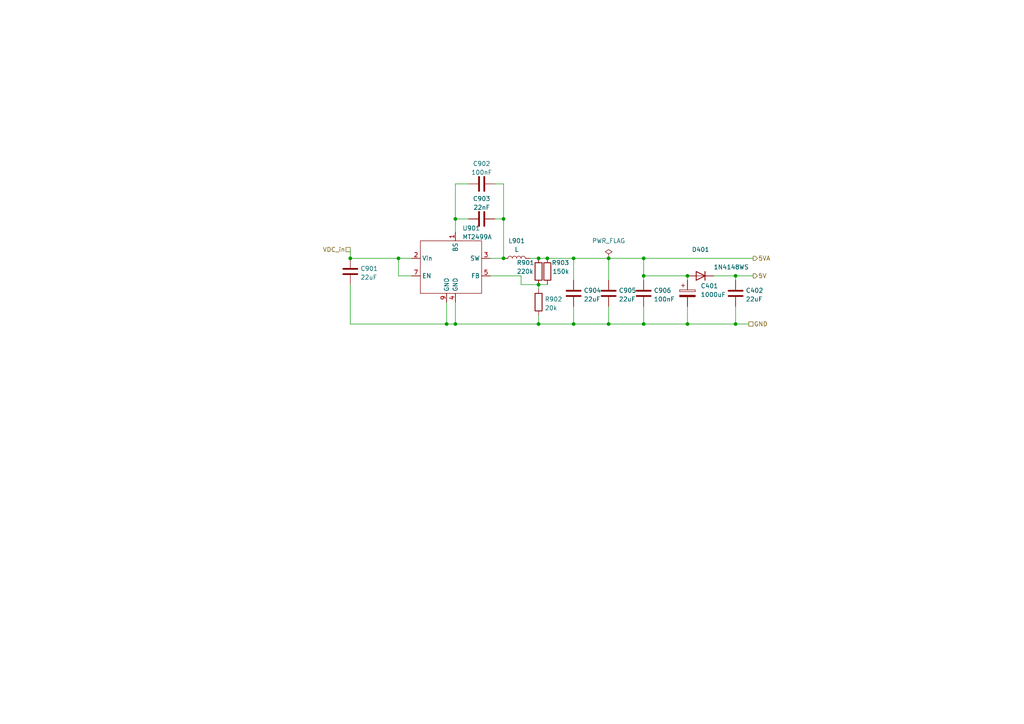
<source format=kicad_sch>
(kicad_sch (version 20231120) (generator "eeschema") (generator_version "8.0")
  (paper "A4")
  (lib_symbols
    (symbol "Device:C" (pin_numbers hide) (pin_names (offset 0.254))
      (property "Reference" "C" (at 0.635 2.54 0))
      (property "Value" "C" (at 0.635 -2.54 0))
      (symbol "C_0_1"
        (polyline (pts (xy -2.032 -0.762) (xy 2.032 -0.762)) (stroke (width 0.508)))
        (polyline (pts (xy -2.032 0.762) (xy 2.032 0.762)) (stroke (width 0.508)))
      )
      (symbol "C_1_1"
        (pin passive line (at 0 3.81 270) (length 2.794) (name "~") (number "1"))
        (pin passive line (at 0 -3.81 90) (length 2.794) (name "~") (number "2"))
      )
    )
    (symbol "Device:C_Polarized" (pin_numbers hide) (pin_names (offset 0.254))
      (property "Reference" "C" (at 0.635 2.54 0))
      (property "Value" "C_Polarized" (at 0.635 -2.54 0))
      (symbol "C_Polarized_0_1"
        (rectangle (start -2.286 0.508) (end 2.286 1.016))
        (polyline (pts (xy -1.778 2.286) (xy -0.762 2.286)))
        (polyline (pts (xy -1.27 2.794) (xy -1.27 1.778)))
        (rectangle (start 2.286 -0.508) (end -2.286 -1.016) (fill (type outline)))
      )
      (symbol "C_Polarized_1_1"
        (pin passive line (at 0 3.81 270) (length 2.794) (name "~") (number "1"))
        (pin passive line (at 0 -3.81 90) (length 2.794) (name "~") (number "2"))
      )
    )
    (symbol "Device:L" (pin_numbers hide) (pin_names (offset 1.016) hide)
      (property "Reference" "L" (at -1.27 0 90))
      (property "Value" "L" (at 1.905 0 90))
      (symbol "L_0_1"
        (arc (start 0 -2.54) (mid 0.6323 -1.905) (end 0 -1.27))
        (arc (start 0 -1.27) (mid 0.6323 -0.635) (end 0 0))
        (arc (start 0 0) (mid 0.6323 0.635) (end 0 1.27))
        (arc (start 0 1.27) (mid 0.6323 1.905) (end 0 2.54))
      )
      (symbol "L_1_1"
        (pin passive line (at 0 3.81 270) (length 1.27) (name "1") (number "1"))
        (pin passive line (at 0 -3.81 90) (length 1.27) (name "2") (number "2"))
      )
    )
    (symbol "Device:R" (pin_numbers hide) (pin_names (offset 0))
      (property "Reference" "R" (at 2.032 0 90))
      (property "Value" "R" (at 0 0 90))
      (symbol "R_0_1"
        (rectangle (start -1.016 -2.54) (end 1.016 2.54) (stroke (width 0.254)))
      )
      (symbol "R_1_1"
        (pin passive line (at 0 3.81 270) (length 1.27) (name "~") (number "1"))
        (pin passive line (at 0 -3.81 90) (length 1.27) (name "~") (number "2"))
      )
    )
    (symbol "custom_kicad_lib_sk:1N4148WS" (pin_numbers hide) (pin_names hide)
      (property "Reference" "D" (at 0 2.54 0))
      (property "Value" "1N4148WS" (at 0 -2.54 0))
      (symbol "1N4148WS_0_1"
        (polyline (pts (xy -1.27 1.27) (xy -1.27 -1.27)) (stroke (width 0.254)))
        (polyline (pts (xy 1.27 0) (xy -1.27 0)))
        (polyline (pts (xy 1.27 1.27) (xy 1.27 -1.27) (xy -1.27 0) (xy 1.27 1.27)) (stroke (width 0.254)))
      )
      (symbol "1N4148WS_1_1"
        (pin passive line (at -3.81 0 0) (length 2.54) (name "K") (number "1"))
        (pin passive line (at 3.81 0 180) (length 2.54) (name "A") (number "2"))
      )
    )
    (symbol "custom_kicad_lib_sk:MT499A"
      (property "Reference" "U1" (at 2.0194 9.999 0))
      (property "Value" "MT499A" (at 2.0194 7.4621 0))
      (symbol "MT499A_0_1"
        (rectangle (start -10.16 6.35) (end 7.62 -8.89) (stroke (width 0.1524)))
      )
      (symbol "MT499A_1_1"
        (pin input line (at 0 8.89 270) (length 2.54) (name "BS") (number "1"))
        (pin power_in line (at -12.7 1.27 0) (length 2.54) (name "Vin") (number "2"))
        (pin input line (at 10.16 1.27 180) (length 2.54) (name "SW") (number "3"))
        (pin power_in line (at 0 -11.43 90) (length 2.54) (name "GND") (number "4"))
        (pin input line (at 10.16 -3.81 180) (length 2.54) (name "FB") (number "5"))
        (pin no_connect line (at 8.89 -11.43 180) (length 2.54) hide (name "NC") (number "6"))
        (pin input line (at -12.7 -3.81 0) (length 2.54) (name "EN") (number "7"))
        (pin no_connect line (at 8.89 -13.97 180) (length 2.54) hide (name "NC") (number "8"))
        (pin input line (at -2.54 -11.43 90) (length 2.54) (name "GND") (number "9"))
      )
    )
    (symbol "power:PWR_FLAG" (power) (pin_numbers hide) (pin_names (offset 0) hide)
      (property "Value" "PWR_FLAG" (at 0 3.81 0))
      (symbol "PWR_FLAG_0_0"
        (pin power_out line (at 0 0 90) (length 0) (name "pwr") (number "1"))
      )
      (symbol "PWR_FLAG_0_1"
        (polyline (pts (xy 0 0) (xy 0 1.27) (xy -1.016 1.905) (xy 0 2.54) (xy 1.016 1.905) (xy 0 1.27)))
      )
    )
  )
  (junction (at 101.6 74.93))
  (junction (at 146.05 74.93))
  (junction (at 176.53 93.98))
  (junction (at 176.53 74.93))
  (junction (at 166.37 74.93))
  (junction (at 186.69 74.93))
  (junction (at 115.57 74.93))
  (junction (at 158.75 74.93))
  (junction (at 186.69 93.98))
  (junction (at 213.36 93.98))
  (junction (at 199.39 93.98))
  (junction (at 156.21 82.55))
  (junction (at 156.21 74.93))
  (junction (at 129.54 93.98))
  (junction (at 199.39 80.01))
  (junction (at 156.21 93.98))
  (junction (at 186.69 80.01))
  (junction (at 146.05 63.5))
  (junction (at 166.37 93.98))
  (junction (at 213.36 80.01))
  (junction (at 132.08 63.5))
  (junction (at 132.08 93.98))
  (wire (pts (xy 115.57 74.93) (xy 119.38 74.93)))
  (wire (pts (xy 156.21 93.98) (xy 156.21 91.44)))
  (wire (pts (xy 166.37 93.98) (xy 156.21 93.98)))
  (wire (pts (xy 158.75 74.93) (xy 166.37 74.93)))
  (wire (pts (xy 129.54 87.63) (xy 129.54 93.98)))
  (wire (pts (xy 129.54 93.98) (xy 101.6 93.98)))
  (wire (pts (xy 156.21 82.55) (xy 156.21 83.82)))
  (wire (pts (xy 199.39 80.01) (xy 199.39 81.28)))
  (wire (pts (xy 156.21 74.93) (xy 158.75 74.93)))
  (wire (pts (xy 101.6 74.93) (xy 115.57 74.93)))
  (wire (pts (xy 176.53 88.9) (xy 176.53 93.98)))
  (wire (pts (xy 186.69 74.93) (xy 218.44 74.93)))
  (wire (pts (xy 166.37 74.93) (xy 176.53 74.93)))
  (wire (pts (xy 176.53 93.98) (xy 166.37 93.98)))
  (wire (pts (xy 132.08 93.98) (xy 129.54 93.98)))
  (wire (pts (xy 176.53 74.93) (xy 186.69 74.93)))
  (wire (pts (xy 156.21 93.98) (xy 132.08 93.98)))
  (wire (pts (xy 151.13 80.01) (xy 151.13 82.55)))
  (wire (pts (xy 135.89 53.34) (xy 132.08 53.34)))
  (wire (pts (xy 142.24 74.93) (xy 146.05 74.93)))
  (wire (pts (xy 153.67 74.93) (xy 156.21 74.93)))
  (wire (pts (xy 146.05 63.5) (xy 146.05 53.34)))
  (wire (pts (xy 176.53 74.93) (xy 176.53 81.28)))
  (wire (pts (xy 199.39 93.98) (xy 213.36 93.98)))
  (wire (pts (xy 132.08 53.34) (xy 132.08 63.5)))
  (wire (pts (xy 213.36 93.98) (xy 217.17 93.98)))
  (wire (pts (xy 115.57 74.93) (xy 115.57 80.01)))
  (wire (pts (xy 146.05 53.34) (xy 143.51 53.34)))
  (wire (pts (xy 186.69 88.9) (xy 186.69 93.98)))
  (wire (pts (xy 207.01 80.01) (xy 213.36 80.01)))
  (wire (pts (xy 213.36 80.01) (xy 213.36 81.28)))
  (wire (pts (xy 146.05 74.93) (xy 146.05 63.5)))
  (wire (pts (xy 186.69 80.01) (xy 199.39 80.01)))
  (wire (pts (xy 166.37 88.9) (xy 166.37 93.98)))
  (wire (pts (xy 101.6 93.98) (xy 101.6 82.55)))
  (wire (pts (xy 166.37 81.28) (xy 166.37 74.93)))
  (wire (pts (xy 132.08 93.98) (xy 132.08 87.63)))
  (wire (pts (xy 186.69 81.28) (xy 186.69 80.01)))
  (wire (pts (xy 132.08 63.5) (xy 135.89 63.5)))
  (wire (pts (xy 119.38 80.01) (xy 115.57 80.01)))
  (wire (pts (xy 156.21 82.55) (xy 158.75 82.55)))
  (wire (pts (xy 101.6 72.39) (xy 101.6 74.93)))
  (wire (pts (xy 186.69 93.98) (xy 176.53 93.98)))
  (wire (pts (xy 199.39 88.9) (xy 199.39 93.98)))
  (wire (pts (xy 186.69 93.98) (xy 199.39 93.98)))
  (wire (pts (xy 213.36 80.01) (xy 218.44 80.01)))
  (wire (pts (xy 213.36 88.9) (xy 213.36 93.98)))
  (wire (pts (xy 151.13 82.55) (xy 156.21 82.55)))
  (wire (pts (xy 132.08 63.5) (xy 132.08 67.31)))
  (wire (pts (xy 186.69 80.01) (xy 186.69 74.93)))
  (wire (pts (xy 146.05 63.5) (xy 143.51 63.5)))
  (wire (pts (xy 142.24 80.01) (xy 151.13 80.01)))
  (hierarchical_label "5V" (shape output) (at 218.44 80.01 0))
  (hierarchical_label "5VA" (shape output) (at 218.44 74.93 0))
  (hierarchical_label "GND" (shape passive) (at 217.17 93.98 0))
  (hierarchical_label "VDC_in" (shape passive) (at 101.6 72.39 180))
  (symbol (lib_id "Device:R") (at 158.75 78.74 180) (unit 1)
    (property "Reference" "R903" (at 165.1 76.2 0) (effects (justify left)))
    (property "Value" "150k" (at 165.1 78.74 0) (effects (justify left)))
    (property "Footprint" "Resistor_SMD:R_0603_1608Metric" (effects (hide yes)))
    (property "JLCPCB Part#" "C22807" (effects (hide yes)))
    (instances (project "OS-servoDriver_relay" (path "" (reference "R903") (unit 1))) (project "buck_5V" (path "" (reference "R903") (unit 1))) (project "general_schematics" (path "" (reference "R1503") (unit 1))))
  )
  (symbol (lib_id "Device:C") (at 139.7 53.34 90) (unit 1)
    (property "Reference" "C902" (at 139.7 47.4812 90))
    (property "Value" "100nF" (at 139.7 50.0181 90))
    (property "Footprint" "Capacitor_SMD:C_0402_1005Metric" (effects (hide yes)))
    (property "JLCPCB Part#" "C307331" (effects (hide yes)))
    (instances (project "OS-servoDriver_relay" (path "" (reference "C902") (unit 1))) (project "buck_5V" (path "" (reference "C902") (unit 1))) (project "general_schematics" (path "" (reference "C1502") (unit 1))))
  )
  (symbol (lib_id "Device:C") (at 139.7 63.5 90) (unit 1)
    (property "Reference" "C903" (at 139.7 57.6412 90))
    (property "Value" "22nF" (at 139.7 60.1781 90))
    (property "Footprint" "Capacitor_SMD:C_0402_1005Metric" (effects (hide yes)))
    (property "JLCPCB Part#" "C1532" (effects (hide yes)))
    (instances (project "OS-servoDriver_relay" (path "" (reference "C903") (unit 1))) (project "buck_5V" (path "" (reference "C903") (unit 1))) (project "general_schematics" (path "" (reference "C1503") (unit 1))))
  )
  (symbol (lib_id "Device:C") (at 176.53 85.09 0) (unit 1)
    (property "Reference" "C905" (at 179.451 84.2553 0) (effects (justify left)))
    (property "Value" "22uF" (at 179.451 86.7922 0) (effects (justify left)))
    (property "Footprint" "Capacitor_SMD:C_0603_1608Metric" (effects (hide yes)))
    (property "JLCPCB Part#" "C45783" (effects (hide yes)))
    (instances (project "OS-servoDriver_relay" (path "" (reference "C905") (unit 1))) (project "buck_5V" (path "" (reference "C905") (unit 1))) (project "general_schematics" (path "" (reference "C1505") (unit 1))))
  )
  (symbol (lib_id "Device:C") (at 213.36 85.09 0) (unit 1)
    (property "Reference" "C402" (at 216.281 84.2553 0) (effects (justify left)))
    (property "Value" "22uF" (at 216.281 86.7922 0) (effects (justify left)))
    (property "Footprint" "Capacitor_SMD:C_0603_1608Metric" (effects (hide yes)))
    (property "JLCPCB Part#" "C45783" (effects (hide yes)))
  )
  (symbol (lib_id "Device:C") (at 101.6 78.74 0) (unit 1)
    (property "Reference" "C901" (at 104.521 77.9053 0) (effects (justify left)))
    (property "Value" "22uF" (at 104.521 80.4422 0) (effects (justify left)))
    (property "Footprint" "Capacitor_SMD:C_0603_1608Metric" (effects (hide yes)))
    (property "JLCPCB Part#" "C45783" (effects (hide yes)))
    (instances (project "OS-servoDriver_relay" (path "" (reference "C901") (unit 1))) (project "buck_5V" (path "" (reference "C901") (unit 1))) (project "general_schematics" (path "" (reference "C1501") (unit 1))))
  )
  (symbol (lib_id "Device:C_Polarized") (at 199.39 85.09 0) (unit 1)
    (property "Reference" "C401" (at 203.2 82.931 0) (effects (justify left)))
    (property "Value" "1000uF" (at 203.2 85.471 0) (effects (justify left)))
    (property "Footprint" "Capacitor_SMD:CP_Elec_8x10.5" (effects (hide yes)))
    (property "JLCPCB Part#" "C569485" (effects (hide yes)))
  )
  (symbol (lib_id "Device:R") (at 156.21 87.63 0) (unit 1)
    (property "Reference" "R902" (at 157.988 86.7953 0) (effects (justify left)))
    (property "Value" "20k" (at 157.988 89.3322 0) (effects (justify left)))
    (property "Footprint" "Resistor_SMD:R_0603_1608Metric" (effects (hide yes)))
    (property "JLCPCB Part#" "C4328" (effects (hide yes)))
    (instances (project "OS-servoDriver_relay" (path "" (reference "R902") (unit 1))) (project "buck_5V" (path "" (reference "R902") (unit 1))) (project "general_schematics" (path "" (reference "R1502") (unit 1))))
  )
  (symbol (lib_id "custom_kicad_lib_sk:MT499A") (at 132.08 76.2 0) (unit 1)
    (property "Reference" "U901" (at 134.0994 66.201 0) (effects (justify left)))
    (property "Value" "MT2499A" (at 134.0994 68.7379 0) (effects (justify left)))
    (property "Footprint" "Package_SO:TI_SO-PowerPAD-8" (effects (hide yes)))
    (property "Datasheet" "https://datasheet.lcsc.com/lcsc/2205121200_XI-AN-Aerosemi-Tech-MT2499A_C3007555.pdf" (effects (hide yes)))
    (property "JLCPCB Part#" "C3007555" (effects (hide yes)))
    (instances (project "OS-servoDriver_relay" (path "" (reference "U901") (unit 1))) (project "buck_5V" (path "" (reference "U901") (unit 1))) (project "general_schematics" (path "" (reference "U1501") (unit 1))))
  )
  (symbol (lib_id "Device:C") (at 166.37 85.09 0) (unit 1)
    (property "Reference" "C904" (at 169.291 84.2553 0) (effects (justify left)))
    (property "Value" "22uF" (at 169.291 86.7922 0) (effects (justify left)))
    (property "Footprint" "Capacitor_SMD:C_0603_1608Metric" (effects (hide yes)))
    (property "JLCPCB Part#" "C45783" (effects (hide yes)))
    (instances (project "OS-servoDriver_relay" (path "" (reference "C904") (unit 1))) (project "buck_5V" (path "" (reference "C904") (unit 1))) (project "general_schematics" (path "" (reference "C1504") (unit 1))))
  )
  (symbol (lib_id "Device:R") (at 156.21 78.74 0) (unit 1)
    (property "Reference" "R901" (at 149.86 76.2 0) (effects (justify left)))
    (property "Value" "220k" (at 149.86 78.74 0) (effects (justify left)))
    (property "Footprint" "Resistor_SMD:R_0603_1608Metric" (effects (hide yes)))
    (property "JLCPCB Part#" "C22961" (effects (hide yes)))
    (instances (project "OS-servoDriver_relay" (path "" (reference "R901") (unit 1))) (project "buck_5V" (path "" (reference "R901") (unit 1))) (project "general_schematics" (path "" (reference "R1501") (unit 1))))
  )
  (symbol (lib_id "power:PWR_FLAG") (at 176.53 74.93 0) (unit 1)
    (property "Reference" "#FLG0501" (effects (hide yes)))
    (property "Value" "PWR_FLAG" (at 176.53 69.85 0))
  )
  (symbol (lib_id "Device:C") (at 186.69 85.09 0) (unit 1)
    (property "Reference" "C906" (at 189.611 84.2553 0) (effects (justify left)))
    (property "Value" "100nF" (at 189.611 86.7922 0) (effects (justify left)))
    (property "Footprint" "Capacitor_SMD:C_0402_1005Metric" (effects (hide yes)))
    (property "JLCPCB Part#" "C307331" (effects (hide yes)))
    (instances (project "OS-servoDriver_relay" (path "" (reference "C906") (unit 1))) (project "buck_5V" (path "" (reference "C906") (unit 1))) (project "general_schematics" (path "" (reference "C1506") (unit 1))))
  )
  (symbol (lib_id "custom_kicad_lib_sk:1N4148WS") (at 203.2 80.01 180) (unit 1)
    (property "Reference" "D401" (at 203.2 72.39 0))
    (property "Value" "1N4148WS" (at 212.09 77.47 0))
    (property "Footprint" "Diode_SMD:D_SOD-323" (effects (hide yes)))
    (property "Datasheet" "https://www.vishay.com/docs/85751/1n4148ws.pdf" (effects (hide yes)))
    (property "Description" "75V 0.15A Fast switching Diode, SOD-323" (effects (hide yes)))
    (property "Sim.Device" "D" (effects (hide yes)))
    (property "Sim.Pins" "1=K 2=A" (effects (hide yes)))
    (property "JLCPCB Part#" "C2128" (effects (hide yes)))
  )
  (symbol (lib_id "Device:L") (at 149.86 74.93 90) (unit 1)
    (property "Reference" "L901" (at 149.86 69.85 90))
    (property "Value" "L" (at 149.86 72.39 90))
    (property "Footprint" "Inductor_SMD:L_Bourns-SRN8040_8x8.15mm" (effects (hide yes)))
    (property "JLCPCB Part#" "C2929438" (effects (hide yes)))
    (instances (project "OS-servoDriver_relay" (path "" (reference "L901") (unit 1))) (project "buck_5V" (path "" (reference "L901") (unit 1))) (project "general_schematics" (path "" (reference "L1501") (unit 1))))
  )
)
</source>
